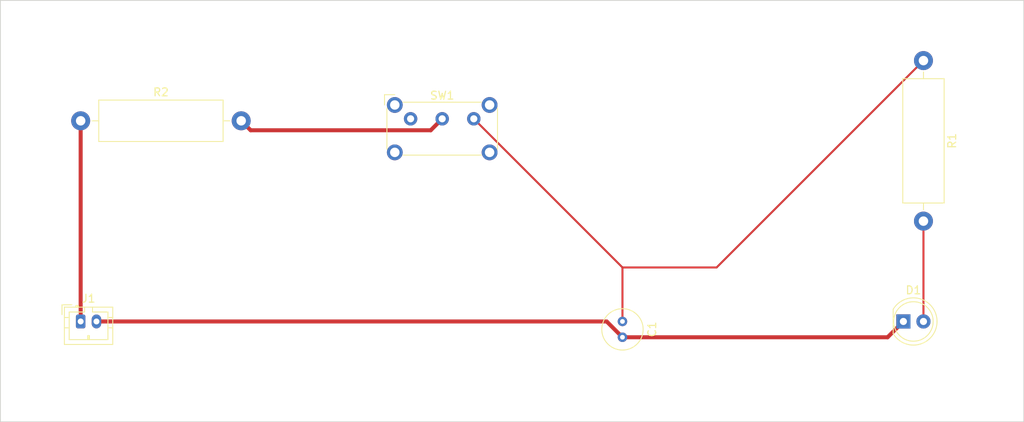
<source format=kicad_pcb>
(kicad_pcb (version 20211014) (generator pcbnew)
  (layers (0 "F.Cu" signal) (31 "B.Cu" signal) (34 "B.Paste" user) (35 "F.Paste" user) (36 "B.SilkS" user "B.Silkscreen") (37 "F.SilkS" user "F.Silkscreen") (38 "B.Mask" user) (39 "F.Mask" user) (44 "Edge.Cuts" user))
  (net 0 "")
  (net 1 "Net-(C1-Pad1)")
  (net 2 "Net-(C1-Pad2)")
  (net 3 "Net-(D1-Pad2)")
  (net 4 "Net-(J1-Pad1)")
  (net 5 "Net-(R2-Pad2)")
  (footprint "Capacitor_THT:C_Radial_D5.0mm_H5.0mm_P2.00mm" (layer "F.Cu") (at 165.1 83.82 -90)
    (fp_text reference "C1" (at 1 -3.75 90) (layer "F.SilkS"))
    (fp_text value "4.7µF")
    (fp_circle (center 1 0) (end 3.62 0) (layer "F.SilkS") (width 0.12) (fill none))
    (pad "1" thru_hole circle (at 0 0 270) (size 1.2 1.2) (drill 0.6) (layers *.Cu *.Mask) (net 1 "Net-(C1-Pad1)"))
    (pad "2" thru_hole circle (at 2 0 270) (size 1.2 1.2) (drill 0.6) (layers *.Cu *.Mask) (net 2 "Net-(C1-Pad2)"))
  )
  (footprint "Resistor_THT:R_Axial_DIN0516_L15.5mm_D5.0mm_P20.32mm_Horizontal" (layer "F.Cu") (at 96.52 58.42)
    (fp_text reference "R2" (at 10.16 -3.62) (layer "F.SilkS"))
    (fp_text value "2.2k")
    (fp_line (start 2.29 -2.62) (end 2.29 2.62) (layer "F.SilkS") (width 0.12))
    (fp_line (start 18.03 -2.62) (end 2.29 -2.62) (layer "F.SilkS") (width 0.12))
    (fp_line (start 18.88 0) (end 18.03 0) (layer "F.SilkS") (width 0.12))
    (fp_line (start 1.44 0) (end 2.29 0) (layer "F.SilkS") (width 0.12))
    (fp_line (start 2.29 2.62) (end 18.03 2.62) (layer "F.SilkS") (width 0.12))
    (fp_line (start 18.03 2.62) (end 18.03 -2.62) (layer "F.SilkS") (width 0.12))
    (pad "1" thru_hole circle (at 0 0) (size 2.4 2.4) (drill 1.2) (layers *.Cu *.Mask) (net 4 "Net-(J1-Pad1)"))
    (pad "2" thru_hole oval (at 20.32 0) (size 2.4 2.4) (drill 1.2) (layers *.Cu *.Mask) (net 5 "Net-(R2-Pad2)"))
  )
  (footprint "Button_Switch_THT:SW_E-Switch_EG1224_SPDT_Angled" (layer "F.Cu") (at 138.2825 58.1675)
    (fp_text reference "SW1" (at 4 -2.95) (layer "F.SilkS"))
    (fp_text value "SW_SPDT")
    (fp_line (start 11 -1.35) (end 11 3.85) (layer "F.SilkS") (width 0.12))
    (fp_line (start -3.3 -3.05) (end -2 -3.05) (layer "F.SilkS") (width 0.12))
    (fp_line (start 8.95 4.6) (end -0.95 4.6) (layer "F.SilkS") (width 0.12))
    (fp_line (start -0.95 -2.1) (end 8.95 -2.1) (layer "F.SilkS") (width 0.12))
    (fp_line (start -3 3.85) (end -3 -1.35) (layer "F.SilkS") (width 0.12))
    (fp_line (start -3.3 -1.75) (end -3.3 -3.05) (layer "F.SilkS") (width 0.12))
    (pad "" thru_hole circle (at 10 -1.75) (size 2 2) (drill 1.2) (layers *.Cu *.Mask))
    (pad "" thru_hole circle (at -2 4.25) (size 2 2) (drill 1.2) (layers *.Cu *.Mask))
    (pad "" thru_hole circle (at 10 4.25) (size 2 2) (drill 1.2) (layers *.Cu *.Mask))
    (pad "" thru_hole circle (at -2 -1.75) (size 2 2) (drill 1.2) (layers *.Cu *.Mask))
    (pad "1" thru_hole circle (at 0 0) (size 1.7 1.7) (drill 0.9) (layers *.Cu *.Mask))
    (pad "2" thru_hole circle (at 4 0) (size 1.7 1.7) (drill 0.9) (layers *.Cu *.Mask) (net 5 "Net-(R2-Pad2)"))
    (pad "3" thru_hole circle (at 8 0) (size 1.7 1.7) (drill 0.9) (layers *.Cu *.Mask) (net 1 "Net-(C1-Pad1)"))
  )
  (footprint "LED_THT:LED_D5.0mm" (layer "F.Cu") (at 200.66 83.82)
    (fp_text reference "D1" (at 1.27 -3.96) (layer "F.SilkS"))
    (fp_text value "LED")
    (fp_line (start -1.29 -1.545) (end -1.29 1.545) (layer "F.SilkS") (width 0.12))
    (fp_arc (start 4.26 -0.000462) (mid 2.072002 2.880433) (end -1.29 1.54483) (layer "F.SilkS") (width 0.12))
    (fp_arc (start -1.29 -1.54483) (mid 2.072002 -2.880433) (end 4.26 0.000462) (layer "F.SilkS") (width 0.12))
    (fp_circle (center 1.27 0) (end 3.77 0) (layer "F.SilkS") (width 0.12) (fill none))
    (pad "1" thru_hole rect (at 0 0) (size 1.8 1.8) (drill 0.9) (layers *.Cu *.Mask) (net 2 "Net-(C1-Pad2)"))
    (pad "2" thru_hole circle (at 2.54 0) (size 1.8 1.8) (drill 0.9) (layers *.Cu *.Mask) (net 3 "Net-(D1-Pad2)"))
  )
  (footprint "Resistor_THT:R_Axial_DIN0516_L15.5mm_D5.0mm_P20.32mm_Horizontal" (layer "F.Cu") (at 203.2 50.8 -90)
    (fp_text reference "R1" (at 10.16 -3.62 90) (layer "F.SilkS"))
    (fp_text value "20k")
    (fp_line (start 18.03 -2.62) (end 2.29 -2.62) (layer "F.SilkS") (width 0.12))
    (fp_line (start 2.29 -2.62) (end 2.29 2.62) (layer "F.SilkS") (width 0.12))
    (fp_line (start 1.44 0) (end 2.29 0) (layer "F.SilkS") (width 0.12))
    (fp_line (start 2.29 2.62) (end 18.03 2.62) (layer "F.SilkS") (width 0.12))
    (fp_line (start 18.03 2.62) (end 18.03 -2.62) (layer "F.SilkS") (width 0.12))
    (fp_line (start 18.88 0) (end 18.03 0) (layer "F.SilkS") (width 0.12))
    (pad "1" thru_hole circle (at 0 0 270) (size 2.4 2.4) (drill 1.2) (layers *.Cu *.Mask) (net 1 "Net-(C1-Pad1)"))
    (pad "2" thru_hole oval (at 20.32 0 270) (size 2.4 2.4) (drill 1.2) (layers *.Cu *.Mask) (net 3 "Net-(D1-Pad2)"))
  )
  (footprint "Connector_JST:JST_PH_B2B-PH-K_1x02_P2.00mm_Vertical" (layer "F.Cu") (at 96.52 83.82)
    (fp_text reference "J1" (at 1 -2.9) (layer "F.SilkS"))
    (fp_text value "Conn_01x02_Male")
    (fp_line (start 0.9 2.3) (end 0.9 1.8) (layer "F.SilkS") (width 0.12))
    (fp_line (start 4.06 0.8) (end 3.45 0.8) (layer "F.SilkS") (width 0.12))
    (fp_line (start 4.06 -0.5) (end 3.45 -0.5) (layer "F.SilkS") (width 0.12))
    (fp_line (start 3.45 2.3) (end 3.45 -1.2) (layer "F.SilkS") (width 0.12))
    (fp_line (start 0.5 -1.2) (end -1.45 -1.2) (layer "F.SilkS") (width 0.12))
    (fp_line (start -0.3 -2.01) (end -0.6 -2.01) (layer "F.SilkS") (width 0.12))
    (fp_line (start 4.06 2.91) (end 4.06 -1.81) (layer "F.SilkS") (width 0.12))
    (fp_line (start -2.06 -0.5) (end -1.45 -0.5) (layer "F.SilkS") (width 0.12))
    (fp_line (start 3.45 -1.2) (end 1.5 -1.2) (layer "F.SilkS") (width 0.12))
    (fp_line (start -2.06 2.91) (end 4.06 2.91) (layer "F.SilkS") (width 0.12))
    (fp_line (start -2.06 0.8) (end -1.45 0.8) (layer "F.SilkS") (width 0.12))
    (fp_line (start -1.45 -1.2) (end -1.45 2.3) (layer "F.SilkS") (width 0.12))
    (fp_line (start 0.5 -1.81) (end 0.5 -1.2) (layer "F.SilkS") (width 0.12))
    (fp_line (start -0.6 -2.01) (end -0.6 -1.81) (layer "F.SilkS") (width 0.12))
    (fp_line (start -0.3 -1.81) (end -0.3 -2.01) (layer "F.SilkS") (width 0.12))
    (fp_line (start -1.45 2.3) (end 3.45 2.3) (layer "F.SilkS") (width 0.12))
    (fp_line (start 0.9 1.8) (end 1.1 1.8) (layer "F.SilkS") (width 0.12))
    (fp_line (start 4.06 -1.81) (end -2.06 -1.81) (layer "F.SilkS") (width 0.12))
    (fp_line (start -2.36 -2.11) (end -2.36 -0.86) (layer "F.SilkS") (width 0.12))
    (fp_line (start -0.3 -1.91) (end -0.6 -1.91) (layer "F.SilkS") (width 0.12))
    (fp_line (start -1.11 -2.11) (end -2.36 -2.11) (layer "F.SilkS") (width 0.12))
    (fp_line (start -2.06 -1.81) (end -2.06 2.91) (layer "F.SilkS") (width 0.12))
    (fp_line (start 1 2.3) (end 1 1.8) (layer "F.SilkS") (width 0.12))
    (fp_line (start 1.5 -1.2) (end 1.5 -1.81) (layer "F.SilkS") (width 0.12))
    (fp_line (start 1.1 1.8) (end 1.1 2.3) (layer "F.SilkS") (width 0.12))
    (pad "1" thru_hole roundrect (at 0 0) (size 1.2 1.75) (drill 0.75) (layers *.Cu *.Mask) (roundrect_rratio 0.208333) (net 4 "Net-(J1-Pad1)"))
    (pad "2" thru_hole oval (at 2 0) (size 1.2 1.75) (drill 0.75) (layers *.Cu *.Mask) (net 2 "Net-(C1-Pad2)"))
  )
  (gr_rect (start 86.36 43.18) (end 215.9 96.52) (layer "Edge.Cuts") (width 0.1) (fill none))
  (segment (start 165.1 76.985) (end 165.1 83.82) (width 0.254) (layer "F.Cu") (net 1))
  (segment (start 177.015 76.985) (end 203.2 50.8) (width 0.254) (layer "F.Cu") (net 1))
  (segment (start 165.1 76.985) (end 177.015 76.985) (width 0.254) (layer "F.Cu") (net 1))
  (segment (start 146.2825 58.1675) (end 165.1 76.985) (width 0.254) (layer "F.Cu") (net 1))
  (segment (start 98.52 83.82) (end 163.1 83.82) (width 0.508) (layer "F.Cu") (net 2))
  (segment (start 163.1 83.82) (end 165.1 85.82) (width 0.508) (layer "F.Cu") (net 2))
  (segment (start 198.66 85.82) (end 200.66 83.82) (width 0.508) (layer "F.Cu") (net 2))
  (segment (start 165.1 85.82) (end 198.66 85.82) (width 0.508) (layer "F.Cu") (net 2))
  (segment (start 203.2 71.12) (end 203.2 83.82) (width 0.254) (layer "F.Cu") (net 3))
  (segment (start 96.52 58.42) (end 96.52 83.82) (width 0.508) (layer "F.Cu") (net 4))
  (segment (start 140.83 59.62) (end 142.2825 58.1675) (width 0.508) (layer "F.Cu") (net 5))
  (segment (start 116.84 58.42) (end 118.04 59.62) (width 0.508) (layer "F.Cu") (net 5))
  (segment (start 118.04 59.62) (end 140.83 59.62) (width 0.508) (layer "F.Cu") (net 5))
)
</source>
